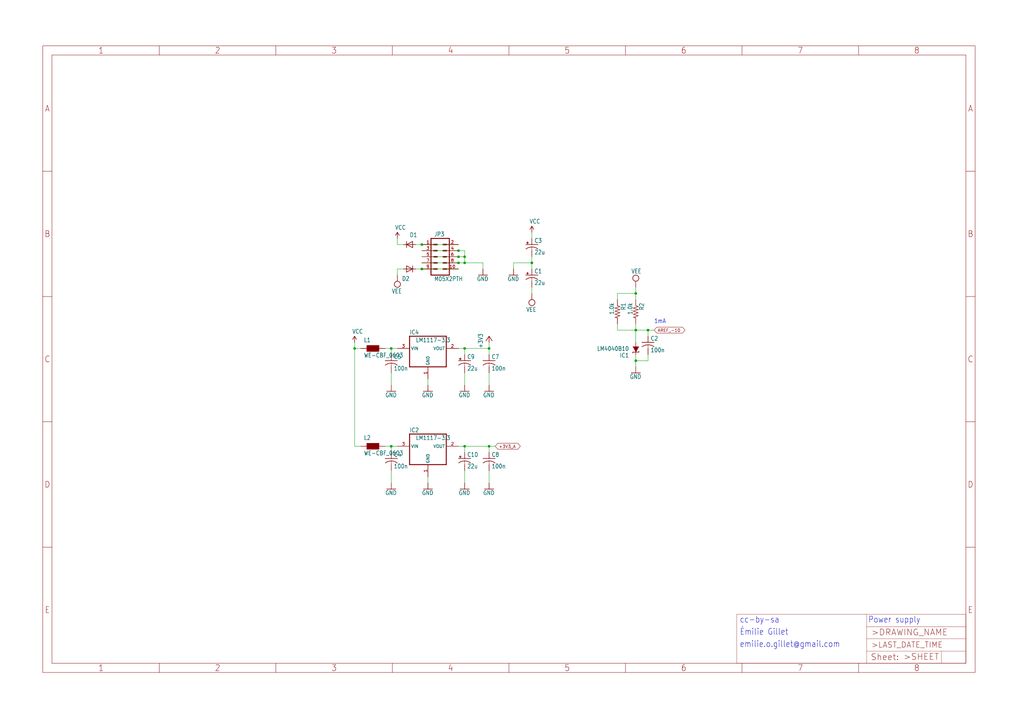
<source format=kicad_sch>
(kicad_sch (version 20231120) (generator "eeschema") (generator_version "8.0")
  (paper "User" 425.45 299.161)
  (lib_symbols
    (symbol "elements_v02-eagle-import:+3V3" (power)
      (property "Value" "+3V3" (at -2.54 -5.08 90))
      (symbol "+3V3_1_0"
        (polyline (pts (xy 0 0) (xy -1.27 -1.905)) (stroke (width 0.254)))
        (polyline (pts (xy 1.27 -1.905) (xy 0 0)) (stroke (width 0.254)))
        (pin power_in line (at 0 -2.54 90) (length 2.54) (name "+3V3") (number "1"))
      )
    )
    (symbol "elements_v02-eagle-import:A3L-LOC"
      (symbol "A3L-LOC_0_0"
        (polyline (pts (xy 0 52.07) (xy 3.81 52.07)))
        (polyline (pts (xy 0 104.14) (xy 3.81 104.14)))
        (polyline (pts (xy 0 156.21) (xy 3.81 156.21)))
        (polyline (pts (xy 0 208.28) (xy 3.81 208.28)))
        (polyline (pts (xy 3.81 3.81) (xy 3.81 256.54)))
        (polyline (pts (xy 48.4188 0) (xy 48.4188 3.81)))
        (polyline (pts (xy 48.4188 256.54) (xy 48.4188 260.35)))
        (polyline (pts (xy 96.8375 0) (xy 96.8375 3.81)))
        (polyline (pts (xy 96.8375 256.54) (xy 96.8375 260.35)))
        (polyline (pts (xy 145.2563 0) (xy 145.2563 3.81)))
        (polyline (pts (xy 145.2563 256.54) (xy 145.2563 260.35)))
        (polyline (pts (xy 193.675 0) (xy 193.675 3.81)))
        (polyline (pts (xy 193.675 256.54) (xy 193.675 260.35)))
        (polyline (pts (xy 242.0938 0) (xy 242.0938 3.81)))
        (polyline (pts (xy 242.0938 256.54) (xy 242.0938 260.35)))
        (polyline (pts (xy 290.5125 0) (xy 290.5125 3.81)))
        (polyline (pts (xy 290.5125 256.54) (xy 290.5125 260.35)))
        (polyline (pts (xy 338.9313 0) (xy 338.9313 3.81)))
        (polyline (pts (xy 338.9313 256.54) (xy 338.9313 260.35)))
        (polyline (pts (xy 383.54 3.81) (xy 3.81 3.81)))
        (polyline (pts (xy 383.54 3.81) (xy 383.54 256.54)))
        (polyline (pts (xy 383.54 52.07) (xy 387.35 52.07)))
        (polyline (pts (xy 383.54 104.14) (xy 387.35 104.14)))
        (polyline (pts (xy 383.54 156.21) (xy 387.35 156.21)))
        (polyline (pts (xy 383.54 208.28) (xy 387.35 208.28)))
        (polyline (pts (xy 383.54 256.54) (xy 3.81 256.54)))
        (polyline (pts (xy 0 0) (xy 387.35 0) (xy 387.35 260.35) (xy 0 260.35) (xy 0 0)))
        (text "1" (at 24.2094 1.905 0) (effects (font (size 2.54 2.286))))
        (text "1" (at 24.2094 258.445 0) (effects (font (size 2.54 2.286))))
        (text "2" (at 72.6281 1.905 0) (effects (font (size 2.54 2.286))))
        (text "2" (at 72.6281 258.445 0) (effects (font (size 2.54 2.286))))
        (text "3" (at 121.0469 1.905 0) (effects (font (size 2.54 2.286))))
        (text "3" (at 121.0469 258.445 0) (effects (font (size 2.54 2.286))))
        (text "4" (at 169.4656 1.905 0) (effects (font (size 2.54 2.286))))
        (text "4" (at 169.4656 258.445 0) (effects (font (size 2.54 2.286))))
        (text "5" (at 217.8844 1.905 0) (effects (font (size 2.54 2.286))))
        (text "5" (at 217.8844 258.445 0) (effects (font (size 2.54 2.286))))
        (text "6" (at 266.3031 1.905 0) (effects (font (size 2.54 2.286))))
        (text "6" (at 266.3031 258.445 0) (effects (font (size 2.54 2.286))))
        (text "7" (at 314.7219 1.905 0) (effects (font (size 2.54 2.286))))
        (text "7" (at 314.7219 258.445 0) (effects (font (size 2.54 2.286))))
        (text "8" (at 363.1406 1.905 0) (effects (font (size 2.54 2.286))))
        (text "8" (at 363.1406 258.445 0) (effects (font (size 2.54 2.286))))
        (text "A" (at 1.905 234.315 0) (effects (font (size 2.54 2.286))))
        (text "A" (at 385.445 234.315 0) (effects (font (size 2.54 2.286))))
        (text "B" (at 1.905 182.245 0) (effects (font (size 2.54 2.286))))
        (text "B" (at 385.445 182.245 0) (effects (font (size 2.54 2.286))))
        (text "C" (at 1.905 130.175 0) (effects (font (size 2.54 2.286))))
        (text "C" (at 385.445 130.175 0) (effects (font (size 2.54 2.286))))
        (text "D" (at 1.905 78.105 0) (effects (font (size 2.54 2.286))))
        (text "D" (at 385.445 78.105 0) (effects (font (size 2.54 2.286))))
        (text "E" (at 1.905 26.035 0) (effects (font (size 2.54 2.286))))
        (text "E" (at 385.445 26.035 0) (effects (font (size 2.54 2.286))))
      )
      (symbol "A3L-LOC_1_0"
        (polyline (pts (xy 288.29 3.81) (xy 288.29 24.13)) (stroke (width 0.1016)))
        (polyline (pts (xy 288.29 3.81) (xy 342.265 3.81)) (stroke (width 0.1016)))
        (polyline (pts (xy 288.29 24.13) (xy 342.265 24.13)) (stroke (width 0.1016)))
        (polyline (pts (xy 342.265 3.81) (xy 373.38 3.81)) (stroke (width 0.1016)))
        (polyline (pts (xy 342.265 8.89) (xy 342.265 3.81)) (stroke (width 0.1016)))
        (polyline (pts (xy 342.265 8.89) (xy 342.265 13.97)) (stroke (width 0.1016)))
        (polyline (pts (xy 342.265 13.97) (xy 342.265 19.05)) (stroke (width 0.1016)))
        (polyline (pts (xy 342.265 13.97) (xy 383.54 13.97)) (stroke (width 0.1016)))
        (polyline (pts (xy 342.265 19.05) (xy 342.265 24.13)) (stroke (width 0.1016)))
        (polyline (pts (xy 342.265 19.05) (xy 383.54 19.05)) (stroke (width 0.1016)))
        (polyline (pts (xy 342.265 24.13) (xy 383.54 24.13)) (stroke (width 0.1016)))
        (polyline (pts (xy 373.38 3.81) (xy 373.38 8.89)) (stroke (width 0.1016)))
        (polyline (pts (xy 373.38 3.81) (xy 383.54 3.81)) (stroke (width 0.1016)))
        (polyline (pts (xy 373.38 8.89) (xy 342.265 8.89)) (stroke (width 0.1016)))
        (polyline (pts (xy 373.38 8.89) (xy 383.54 8.89)) (stroke (width 0.1016)))
        (polyline (pts (xy 383.54 3.81) (xy 383.54 8.89)) (stroke (width 0.1016)))
        (polyline (pts (xy 383.54 8.89) (xy 383.54 13.97)) (stroke (width 0.1016)))
        (polyline (pts (xy 383.54 13.97) (xy 383.54 19.05)) (stroke (width 0.1016)))
        (polyline (pts (xy 383.54 19.05) (xy 383.54 24.13)) (stroke (width 0.1016)))
        (text ">DRAWING_NAME" (at 344.17 15.24 0) (effects (font (size 2.54 2.54)) (justify left bottom)))
        (text ">LAST_DATE_TIME" (at 344.17 10.16 0) (effects (font (size 2.286 2.286)) (justify left bottom)))
        (text ">SHEET" (at 357.505 5.08 0) (effects (font (size 2.54 2.54)) (justify left bottom)))
        (text "Sheet:" (at 343.916 4.953 0) (effects (font (size 2.54 2.54)) (justify left bottom)))
      )
    )
    (symbol "elements_v02-eagle-import:C-USC0603"
      (property "Reference" "C" (at 1.016 0.635 0))
      (property "Value" "C-USC0603" (at 1.016 -4.191 0))
      (symbol "C-USC0603_1_0"
        (arc (start 0 -1.0161) (mid -1.302 -1.2303) (end -2.4668 -1.8504) (stroke (width 0.254)))
        (polyline (pts (xy -2.54 0) (xy 2.54 0)) (stroke (width 0.254)))
        (polyline (pts (xy 0 -1.016) (xy 0 -2.54)) (stroke (width 0.1524)))
        (arc (start 2.4892 -1.8542) (mid 1.3158 -1.2195) (end 0 -1) (stroke (width 0.254)))
        (pin passive line (at 0 2.54 270) (length 2.54) (name "1") (number "1"))
        (pin passive line (at 0 -5.08 90) (length 2.54) (name "2") (number "2"))
      )
    )
    (symbol "elements_v02-eagle-import:CPOL-USC"
      (property "Reference" "C" (at 1.016 0.635 0))
      (property "Value" "CPOL-USC" (at 1.016 -4.191 0))
      (symbol "CPOL-USC_1_0"
        (rectangle (start -2.253 0.668) (end -1.364 0.795) (fill (type outline)))
        (rectangle (start -1.872 0.287) (end -1.745 1.176) (fill (type outline)))
        (arc (start 0 -1.0161) (mid -1.3021 -1.2302) (end -2.4669 -1.8504) (stroke (width 0.254)))
        (polyline (pts (xy -2.54 0) (xy 2.54 0)) (stroke (width 0.254)))
        (polyline (pts (xy 0 -1.016) (xy 0 -2.54)) (stroke (width 0.1524)))
        (arc (start 2.4892 -1.8542) (mid 1.3158 -1.2195) (end 0 -1) (stroke (width 0.254)))
        (pin passive line (at 0 2.54 270) (length 2.54) (name "+") (number "+"))
        (pin passive line (at 0 -5.08 90) (length 2.54) (name "-") (number "-"))
      )
    )
    (symbol "elements_v02-eagle-import:DIODE-SOD123"
      (property "Reference" "D" (at 2.54 0.4826 0))
      (property "Value" "DIODE-SOD123" (at 2.54 -2.3114 0))
      (symbol "DIODE-SOD123_1_0"
        (polyline (pts (xy -1.27 -1.27) (xy 1.27 0)) (stroke (width 0.254)))
        (polyline (pts (xy -1.27 1.27) (xy -1.27 -1.27)) (stroke (width 0.254)))
        (polyline (pts (xy 1.27 0) (xy -1.27 1.27)) (stroke (width 0.254)))
        (polyline (pts (xy 1.27 0) (xy 1.27 -1.27)) (stroke (width 0.254)))
        (polyline (pts (xy 1.27 1.27) (xy 1.27 0)) (stroke (width 0.254)))
        (pin passive line (at -2.54 0 0) (length 2.54) (name "A") (number "A"))
        (pin passive line (at 2.54 0 180) (length 2.54) (name "C") (number "C"))
      )
    )
    (symbol "elements_v02-eagle-import:GND" (power)
      (property "Value" "GND" (at -2.54 -2.54 0))
      (symbol "GND_1_0"
        (polyline (pts (xy -1.905 0) (xy 1.905 0)) (stroke (width 0.254)))
        (pin power_in line (at 0 2.54 270) (length 2.54) (name "GND") (number "1"))
      )
    )
    (symbol "elements_v02-eagle-import:LM4041DBZ"
      (property "Reference" "IC" (at 2.794 1.905 0))
      (property "Value" "LM4041DBZ" (at 2.794 -0.889 0))
      (symbol "LM4041DBZ_1_0"
        (polyline (pts (xy -1.27 1.524) (xy -1.27 1.143)) (stroke (width 0.254)))
        (polyline (pts (xy 0 1.524) (xy -1.27 1.524)) (stroke (width 0.254)))
        (polyline (pts (xy 1.27 1.524) (xy 0 1.524)) (stroke (width 0.254)))
        (polyline (pts (xy 1.27 1.905) (xy 1.27 1.524)) (stroke (width 0.254)))
        (polyline (pts (xy 0 1.524) (xy -1.27 -0.762) (xy 1.27 -0.762)) (fill (type outline)))
        (pin passive line (at 0 2.54 270) (length 2.54) (name "C") (number "1"))
        (pin passive line (at 0 -2.54 90) (length 2.54) (name "A") (number "2"))
      )
    )
    (symbol "elements_v02-eagle-import:M05X2PTH"
      (property "Reference" "JP" (at -2.54 8.382 0))
      (property "Value" "M05X2PTH" (at -2.54 -10.16 0))
      (symbol "M05X2PTH_1_0"
        (polyline (pts (xy -3.81 7.62) (xy -3.81 -7.62)) (stroke (width 0.4064)))
        (polyline (pts (xy -3.81 7.62) (xy 3.81 7.62)) (stroke (width 0.4064)))
        (polyline (pts (xy -1.27 -5.08) (xy -2.54 -5.08)) (stroke (width 0.6096)))
        (polyline (pts (xy -1.27 -2.54) (xy -2.54 -2.54)) (stroke (width 0.6096)))
        (polyline (pts (xy -1.27 0) (xy -2.54 0)) (stroke (width 0.6096)))
        (polyline (pts (xy -1.27 2.54) (xy -2.54 2.54)) (stroke (width 0.6096)))
        (polyline (pts (xy -1.27 5.08) (xy -2.54 5.08)) (stroke (width 0.6096)))
        (polyline (pts (xy 1.27 -5.08) (xy 2.54 -5.08)) (stroke (width 0.6096)))
        (polyline (pts (xy 1.27 -2.54) (xy 2.54 -2.54)) (stroke (width 0.6096)))
        (polyline (pts (xy 1.27 0) (xy 2.54 0)) (stroke (width 0.6096)))
        (polyline (pts (xy 1.27 2.54) (xy 2.54 2.54)) (stroke (width 0.6096)))
        (polyline (pts (xy 1.27 5.08) (xy 2.54 5.08)) (stroke (width 0.6096)))
        (polyline (pts (xy 3.81 -7.62) (xy -3.81 -7.62)) (stroke (width 0.4064)))
        (polyline (pts (xy 3.81 -7.62) (xy 3.81 7.62)) (stroke (width 0.4064)))
        (pin passive line (at -7.62 5.08 0) (length 5.08) (name "1") (number "1"))
        (pin passive line (at 7.62 -5.08 180) (length 5.08) (name "10") (number "10"))
        (pin passive line (at 7.62 5.08 180) (length 5.08) (name "2") (number "2"))
        (pin passive line (at -7.62 2.54 0) (length 5.08) (name "3") (number "3"))
        (pin passive line (at 7.62 2.54 180) (length 5.08) (name "4") (number "4"))
        (pin passive line (at -7.62 0 0) (length 5.08) (name "5") (number "5"))
        (pin passive line (at 7.62 0 180) (length 5.08) (name "6") (number "6"))
        (pin passive line (at -7.62 -2.54 0) (length 5.08) (name "7") (number "7"))
        (pin passive line (at 7.62 -2.54 180) (length 5.08) (name "8") (number "8"))
        (pin passive line (at -7.62 -5.08 0) (length 5.08) (name "9") (number "9"))
      )
    )
    (symbol "elements_v02-eagle-import:R-US_R0603"
      (property "Reference" "R" (at -3.81 1.4986 0))
      (property "Value" "R-US_R0603" (at -3.81 -3.302 0))
      (symbol "R-US_R0603_1_0"
        (polyline (pts (xy -2.54 0) (xy -2.159 1.016)) (stroke (width 0.2032)))
        (polyline (pts (xy -2.159 1.016) (xy -1.524 -1.016)) (stroke (width 0.2032)))
        (polyline (pts (xy -1.524 -1.016) (xy -0.889 1.016)) (stroke (width 0.2032)))
        (polyline (pts (xy -0.889 1.016) (xy -0.254 -1.016)) (stroke (width 0.2032)))
        (polyline (pts (xy -0.254 -1.016) (xy 0.381 1.016)) (stroke (width 0.2032)))
        (polyline (pts (xy 0.381 1.016) (xy 1.016 -1.016)) (stroke (width 0.2032)))
        (polyline (pts (xy 1.016 -1.016) (xy 1.651 1.016)) (stroke (width 0.2032)))
        (polyline (pts (xy 1.651 1.016) (xy 2.286 -1.016)) (stroke (width 0.2032)))
        (polyline (pts (xy 2.286 -1.016) (xy 2.54 0)) (stroke (width 0.2032)))
        (pin passive line (at -5.08 0 0) (length 2.54) (name "1") (number "1"))
        (pin passive line (at 5.08 0 180) (length 2.54) (name "2") (number "2"))
      )
    )
    (symbol "elements_v02-eagle-import:REG1117"
      (property "Reference" "IC" (at -7.62 5.715 0))
      (property "Value" "REG1117" (at -5.08 2.54 0))
      (symbol "REG1117_1_0"
        (polyline (pts (xy -7.62 -7.62) (xy 7.62 -7.62)) (stroke (width 0.4064)))
        (polyline (pts (xy -7.62 5.08) (xy -7.62 -7.62)) (stroke (width 0.4064)))
        (polyline (pts (xy 7.62 -7.62) (xy 7.62 5.08)) (stroke (width 0.4064)))
        (polyline (pts (xy 7.62 5.08) (xy -7.62 5.08)) (stroke (width 0.4064)))
        (pin power_in line (at 0 -12.7 90) (length 5.08) (name "GND") (number "1"))
        (pin output line (at 12.7 0 180) (length 5.08) (name "VOUT") (number "2"))
        (pin input line (at -12.7 0 0) (length 5.08) (name "VIN") (number "3"))
      )
    )
    (symbol "elements_v02-eagle-import:VCC" (power)
      (property "Value" "VCC" (at -1.016 3.556 0))
      (symbol "VCC_1_0"
        (polyline (pts (xy 0 2.54) (xy -0.762 1.27)) (stroke (width 0.254)))
        (polyline (pts (xy 0.762 1.27) (xy 0 2.54)) (stroke (width 0.254)))
        (pin power_in line (at 0 0 90) (length 2.54) (name "VCC") (number "1"))
      )
    )
    (symbol "elements_v02-eagle-import:VEE" (power)
      (property "Value" "VEE" (at -1.905 3.175 0))
      (symbol "VEE_1_0"
        (circle (center 0 1.27) (radius 1.27) (stroke (width 0.254)))
        (pin power_in line (at 0 -2.54 90) (length 2.54) (name "VEE") (number "1"))
      )
    )
    (symbol "elements_v02-eagle-import:WE-CBF_0603"
      (property "Reference" "L" (at -3.81 5.08 0))
      (property "Value" "WE-CBF_0603" (at -3.81 -1.27 0))
      (symbol "WE-CBF_0603_1_0"
        (rectangle (start -2.54 1.27) (end 2.54 3.81) (fill (type outline)))
        (pin passive line (at -5.08 2.54 0) (length 2.54) (name "1") (number "1"))
        (pin passive line (at 5.08 2.54 180) (length 2.54) (name "2") (number "2"))
      )
    )
  )
  (junction (at 190.5 106.68))
  (junction (at 162.56 144.78))
  (junction (at 220.98 109.22))
  (junction (at 162.56 185.42))
  (junction (at 193.04 144.78))
  (junction (at 193.04 106.68))
  (junction (at 175.26 101.6))
  (junction (at 190.5 104.14))
  (junction (at 147.32 144.78))
  (junction (at 264.16 149.86))
  (junction (at 269.24 137.16))
  (junction (at 175.26 111.76))
  (junction (at 203.2 185.42))
  (junction (at 193.04 185.42))
  (junction (at 190.5 109.22))
  (junction (at 203.2 144.78))
  (junction (at 193.04 109.22))
  (junction (at 264.16 137.16))
  (junction (at 264.16 121.92))
  (wire (pts (xy 203.2 187.96) (xy 203.2 185.42)))
  (wire (pts (xy 193.04 144.78) (xy 203.2 144.78)))
  (wire (pts (xy 162.56 187.96) (xy 162.56 185.42)))
  (wire (pts (xy 147.32 185.42) (xy 147.32 144.78)))
  (wire (pts (xy 160.02 144.78) (xy 162.56 144.78)))
  (wire (pts (xy 193.04 154.94) (xy 193.04 160.02)))
  (wire (pts (xy 203.2 195.58) (xy 203.2 200.66)))
  (wire (pts (xy 177.8 198.12) (xy 177.8 200.66)))
  (wire (pts (xy 193.04 147.32) (xy 193.04 144.78)))
  (wire (pts (xy 193.04 106.68) (xy 193.04 109.22)))
  (wire (pts (xy 193.04 109.22) (xy 200.66 109.22)))
  (wire (pts (xy 147.32 142.24) (xy 147.32 144.78)))
  (wire (pts (xy 264.16 137.16) (xy 264.16 134.62)))
  (wire (pts (xy 190.5 106.68) (xy 175.26 106.68)))
  (wire (pts (xy 203.2 154.94) (xy 203.2 160.02)))
  (wire (pts (xy 190.5 109.22) (xy 193.04 109.22)))
  (wire (pts (xy 193.04 195.58) (xy 193.04 200.66)))
  (wire (pts (xy 205.74 185.42) (xy 203.2 185.42)))
  (wire (pts (xy 256.54 134.62) (xy 256.54 137.16)))
  (wire (pts (xy 175.26 101.6) (xy 190.5 101.6)))
  (wire (pts (xy 193.04 106.68) (xy 190.5 106.68)))
  (wire (pts (xy 193.04 187.96) (xy 193.04 185.42)))
  (wire (pts (xy 220.98 109.22) (xy 213.36 109.22)))
  (wire (pts (xy 203.2 144.78) (xy 203.2 142.24)))
  (wire (pts (xy 175.26 104.14) (xy 190.5 104.14)))
  (wire (pts (xy 256.54 121.92) (xy 264.16 121.92)))
  (wire (pts (xy 162.56 147.32) (xy 162.56 144.78)))
  (wire (pts (xy 264.16 149.86) (xy 269.24 149.86)))
  (wire (pts (xy 147.32 144.78) (xy 149.86 144.78)))
  (wire (pts (xy 162.56 195.58) (xy 162.56 200.66)))
  (wire (pts (xy 220.98 99.06) (xy 220.98 96.52)))
  (wire (pts (xy 220.98 109.22) (xy 220.98 111.76)))
  (wire (pts (xy 165.1 101.6) (xy 165.1 99.06)))
  (wire (pts (xy 162.56 185.42) (xy 165.1 185.42)))
  (wire (pts (xy 190.5 185.42) (xy 193.04 185.42)))
  (wire (pts (xy 220.98 106.68) (xy 220.98 109.22)))
  (wire (pts (xy 193.04 104.14) (xy 193.04 106.68)))
  (wire (pts (xy 177.8 157.48) (xy 177.8 160.02)))
  (wire (pts (xy 264.16 124.46) (xy 264.16 121.92)))
  (wire (pts (xy 264.16 142.24) (xy 264.16 137.16)))
  (wire (pts (xy 165.1 111.76) (xy 165.1 114.3)))
  (wire (pts (xy 264.16 147.32) (xy 264.16 149.86)))
  (wire (pts (xy 256.54 137.16) (xy 264.16 137.16)))
  (wire (pts (xy 264.16 149.86) (xy 264.16 152.4)))
  (wire (pts (xy 269.24 137.16) (xy 264.16 137.16)))
  (wire (pts (xy 175.26 111.76) (xy 190.5 111.76)))
  (wire (pts (xy 172.72 111.76) (xy 175.26 111.76)))
  (wire (pts (xy 200.66 109.22) (xy 200.66 111.76)))
  (wire (pts (xy 264.16 121.92) (xy 264.16 119.38)))
  (wire (pts (xy 162.56 144.78) (xy 165.1 144.78)))
  (wire (pts (xy 162.56 154.94) (xy 162.56 160.02)))
  (wire (pts (xy 269.24 137.16) (xy 269.24 139.7)))
  (wire (pts (xy 220.98 119.38) (xy 220.98 121.92)))
  (wire (pts (xy 165.1 101.6) (xy 167.64 101.6)))
  (wire (pts (xy 190.5 104.14) (xy 193.04 104.14)))
  (wire (pts (xy 175.26 109.22) (xy 190.5 109.22)))
  (wire (pts (xy 193.04 185.42) (xy 203.2 185.42)))
  (wire (pts (xy 172.72 101.6) (xy 175.26 101.6)))
  (wire (pts (xy 203.2 144.78) (xy 203.2 147.32)))
  (wire (pts (xy 256.54 124.46) (xy 256.54 121.92)))
  (wire (pts (xy 149.86 185.42) (xy 147.32 185.42)))
  (wire (pts (xy 160.02 185.42) (xy 162.56 185.42)))
  (wire (pts (xy 269.24 137.16) (xy 271.78 137.16)))
  (wire (pts (xy 190.5 144.78) (xy 193.04 144.78)))
  (wire (pts (xy 213.36 109.22) (xy 213.36 111.76)))
  (wire (pts (xy 269.24 147.32) (xy 269.24 149.86)))
  (wire (pts (xy 165.1 111.76) (xy 167.64 111.76)))
  (text "Power supply" (at 360.68 259.08 0) (effects (font (size 2.54 2.159)) (justify left bottom)))
  (text "1mA" (at 271.78 134.62 0) (effects (font (size 1.778 1.5113)) (justify left bottom)))
  (text "cc-by-sa" (at 307.34 259.08 0) (effects (font (size 2.54 2.159)) (justify left bottom)))
  (text "emilie.o.gillet@gmail.com" (at 307.34 269.24 0) (effects (font (size 2.54 2.159)) (justify left bottom)))
  (text "Émilie Gillet" (at 307.34 264.16 0) (effects (font (size 2.54 2.159)) (justify left bottom)))
  (global_label "AREF_-10" (shape bidirectional) (at 271.78 137.16 0) (effects (font (size 1.2446 1.2446))) (property "Intersheetrefs" "${INTERSHEET_REFS}" (effects (hide yes))))
  (global_label "+3V3_A" (shape bidirectional) (at 205.74 185.42 0) (effects (font (size 1.2446 1.2446))) (property "Intersheetrefs" "${INTERSHEET_REFS}" (effects (hide yes))))
  (symbol (lib_id "elements_v02-eagle-import:GND") (at 264.16 154.94 0) (unit 1)
    (property "Reference" "#GND069" (effects (hide yes)))
    (property "Value" "GND" (at 261.62 157.48 0) (effects (font (size 1.778 1.5113)) (justify left bottom)))
    (property "Footprint" "elements_v02:" (effects (hide yes)))
  )
  (symbol (lib_id "elements_v02-eagle-import:M05X2PTH") (at 182.88 106.68 0) (unit 1)
    (property "Reference" "JP3" (at 180.34 98.298 0) (effects (font (size 1.778 1.5113)) (justify left bottom)))
    (property "Value" "M05X2PTH" (at 180.34 116.84 0) (effects (font (size 1.778 1.5113)) (justify left bottom)))
    (property "Footprint" "elements_v02:AVR_ICSP" (effects (hide yes)))
  )
  (symbol (lib_id "elements_v02-eagle-import:VEE") (at 264.16 116.84 0) (unit 1)
    (property "Reference" "#SUPPLY01" (effects (hide yes)))
    (property "Value" "VEE" (at 262.255 113.665 0) (effects (font (size 1.778 1.5113)) (justify left bottom)))
    (property "Footprint" "elements_v02:" (effects (hide yes)))
  )
  (symbol (lib_id "elements_v02-eagle-import:GND") (at 162.56 162.56 0) (unit 1)
    (property "Reference" "#GND0105" (effects (hide yes)))
    (property "Value" "GND" (at 160.02 165.1 0) (effects (font (size 1.778 1.5113)) (justify left bottom)))
    (property "Footprint" "elements_v02:" (effects (hide yes)))
  )
  (symbol (lib_id "elements_v02-eagle-import:DIODE-SOD123") (at 170.18 111.76 0) (unit 1)
    (property "Reference" "D2" (at 170.18 114.7826 0) (effects (font (size 1.778 1.5113)) (justify right top)))
    (property "Value" "1N5819HW" (effects (hide yes)))
    (property "Footprint" "elements_v02:SOD123" (effects (hide yes)))
  )
  (symbol (lib_id "elements_v02-eagle-import:LM4041DBZ") (at 264.16 144.78 180) (unit 1)
    (property "Reference" "IC1" (at 261.366 146.685 0) (effects (font (size 1.778 1.5113)) (justify left bottom)))
    (property "Value" "LM4040B10" (at 261.366 143.891 0) (effects (font (size 1.778 1.5113)) (justify left bottom)))
    (property "Footprint" "elements_v02:DBZ_R-PDSO-G3" (effects (hide yes)))
  )
  (symbol (lib_id "elements_v02-eagle-import:A3L-LOC") (at 17.78 279.4 0) (unit 1)
    (property "Reference" "#FRAME2" (effects (hide yes)))
    (property "Value" "A3L-LOC" (effects (hide yes)))
    (property "Footprint" "elements_v02:" (effects (hide yes)))
  )
  (symbol (lib_id "elements_v02-eagle-import:C-USC0603") (at 269.24 142.24 0) (unit 1)
    (property "Reference" "C2" (at 270.256 141.605 0) (effects (font (size 1.778 1.5113)) (justify left bottom)))
    (property "Value" "100n" (at 270.256 146.431 0) (effects (font (size 1.778 1.5113)) (justify left bottom)))
    (property "Footprint" "elements_v02:C0603" (effects (hide yes)))
  )
  (symbol (lib_id "elements_v02-eagle-import:VEE") (at 220.98 124.46 180) (unit 1)
    (property "Reference" "#SUPPLY03" (effects (hide yes)))
    (property "Value" "VEE" (at 222.885 127.635 0) (effects (font (size 1.778 1.5113)) (justify left bottom)))
    (property "Footprint" "elements_v02:" (effects (hide yes)))
  )
  (symbol (lib_id "elements_v02-eagle-import:C-USC0603") (at 203.2 190.5 0) (unit 1)
    (property "Reference" "C8" (at 204.216 189.865 0) (effects (font (size 1.778 1.5113)) (justify left bottom)))
    (property "Value" "100n" (at 204.216 194.691 0) (effects (font (size 1.778 1.5113)) (justify left bottom)))
    (property "Footprint" "elements_v02:C0603" (effects (hide yes)))
  )
  (symbol (lib_id "elements_v02-eagle-import:GND") (at 203.2 162.56 0) (unit 1)
    (property "Reference" "#GND036" (effects (hide yes)))
    (property "Value" "GND" (at 200.66 165.1 0) (effects (font (size 1.778 1.5113)) (justify left bottom)))
    (property "Footprint" "elements_v02:" (effects (hide yes)))
  )
  (symbol (lib_id "elements_v02-eagle-import:GND") (at 213.36 114.3 0) (unit 1)
    (property "Reference" "#GND024" (effects (hide yes)))
    (property "Value" "GND" (at 210.82 116.84 0) (effects (font (size 1.778 1.5113)) (justify left bottom)))
    (property "Footprint" "elements_v02:" (effects (hide yes)))
  )
  (symbol (lib_id "elements_v02-eagle-import:R-US_R0603") (at 256.54 129.54 270) (unit 1)
    (property "Reference" "R1" (at 258.0386 125.73 0) (effects (font (size 1.778 1.5113)) (justify left bottom)))
    (property "Value" "1.0k" (at 253.238 125.73 0) (effects (font (size 1.778 1.5113)) (justify left bottom)))
    (property "Footprint" "elements_v02:R0603" (effects (hide yes)))
  )
  (symbol (lib_id "elements_v02-eagle-import:GND") (at 193.04 162.56 0) (unit 1)
    (property "Reference" "#GND035" (effects (hide yes)))
    (property "Value" "GND" (at 190.5 165.1 0) (effects (font (size 1.778 1.5113)) (justify left bottom)))
    (property "Footprint" "elements_v02:" (effects (hide yes)))
  )
  (symbol (lib_id "elements_v02-eagle-import:CPOL-USC") (at 220.98 101.6 0) (unit 1)
    (property "Reference" "C3" (at 221.996 100.965 0) (effects (font (size 1.778 1.5113)) (justify left bottom)))
    (property "Value" "22u" (at 221.996 105.791 0) (effects (font (size 1.778 1.5113)) (justify left bottom)))
    (property "Footprint" "Capacitor_SMD:CP_Elec_6.3x5.9" (effects (hide yes)))
  )
  (symbol (lib_id "elements_v02-eagle-import:R-US_R0603") (at 264.16 129.54 270) (unit 1)
    (property "Reference" "R2" (at 265.6586 125.73 0) (effects (font (size 1.778 1.5113)) (justify left bottom)))
    (property "Value" "1.0k" (at 260.858 125.73 0) (effects (font (size 1.778 1.5113)) (justify left bottom)))
    (property "Footprint" "elements_v02:R0603" (effects (hide yes)))
  )
  (symbol (lib_id "elements_v02-eagle-import:C-USC0603") (at 162.56 149.86 0) (unit 1)
    (property "Reference" "C5" (at 163.576 149.225 0) (effects (font (size 1.778 1.5113)) (justify left bottom)))
    (property "Value" "100n" (at 163.576 154.051 0) (effects (font (size 1.778 1.5113)) (justify left bottom)))
    (property "Footprint" "elements_v02:C0603" (effects (hide yes)))
  )
  (symbol (lib_id "elements_v02-eagle-import:C-USC0603") (at 203.2 149.86 0) (unit 1)
    (property "Reference" "C7" (at 204.216 149.225 0) (effects (font (size 1.778 1.5113)) (justify left bottom)))
    (property "Value" "100n" (at 204.216 154.051 0) (effects (font (size 1.778 1.5113)) (justify left bottom)))
    (property "Footprint" "elements_v02:C0603" (effects (hide yes)))
  )
  (symbol (lib_id "elements_v02-eagle-import:GND") (at 177.8 162.56 0) (unit 1)
    (property "Reference" "#GND034" (effects (hide yes)))
    (property "Value" "GND" (at 175.26 165.1 0) (effects (font (size 1.778 1.5113)) (justify left bottom)))
    (property "Footprint" "elements_v02:" (effects (hide yes)))
  )
  (symbol (lib_id "elements_v02-eagle-import:GND") (at 193.04 203.2 0) (unit 1)
    (property "Reference" "#GND070" (effects (hide yes)))
    (property "Value" "GND" (at 190.5 205.74 0) (effects (font (size 1.778 1.5113)) (justify left bottom)))
    (property "Footprint" "elements_v02:" (effects (hide yes)))
  )
  (symbol (lib_id "elements_v02-eagle-import:VCC") (at 165.1 99.06 0) (unit 1)
    (property "Reference" "#P+02" (effects (hide yes)))
    (property "Value" "VCC" (at 164.084 95.504 0) (effects (font (size 1.778 1.5113)) (justify left bottom)))
    (property "Footprint" "elements_v02:" (effects (hide yes)))
  )
  (symbol (lib_id "elements_v02-eagle-import:REG1117") (at 177.8 185.42 0) (unit 1)
    (property "Reference" "IC2" (at 170.18 179.705 0) (effects (font (size 1.778 1.5113)) (justify left bottom)))
    (property "Value" "LM1117-3.3" (at 172.72 182.88 0) (effects (font (size 1.778 1.5113)) (justify left bottom)))
    (property "Footprint" "elements_v02:SOT223" (effects (hide yes)))
  )
  (symbol (lib_id "elements_v02-eagle-import:CPOL-USC") (at 193.04 190.5 0) (unit 1)
    (property "Reference" "C10" (at 194.056 189.865 0) (effects (font (size 1.778 1.5113)) (justify left bottom)))
    (property "Value" "22u" (at 194.056 194.691 0) (effects (font (size 1.778 1.5113)) (justify left bottom)))
    (property "Footprint" "Capacitor_SMD:CP_Elec_6.3x5.9" (effects (hide yes)))
  )
  (symbol (lib_id "elements_v02-eagle-import:CPOL-USC") (at 193.04 149.86 0) (unit 1)
    (property "Reference" "C9" (at 194.056 149.225 0) (effects (font (size 1.778 1.5113)) (justify left bottom)))
    (property "Value" "22u" (at 194.056 154.051 0) (effects (font (size 1.778 1.5113)) (justify left bottom)))
    (property "Footprint" "Capacitor_SMD:CP_Elec_6.3x5.9" (effects (hide yes)))
  )
  (symbol (lib_id "elements_v02-eagle-import:WE-CBF_0603") (at 154.94 187.96 0) (unit 1)
    (property "Reference" "L2" (at 151.13 182.88 0) (effects (font (size 1.778 1.5113)) (justify left bottom)))
    (property "Value" "WE-CBF_0603" (at 151.13 189.23 0) (effects (font (size 1.778 1.5113)) (justify left bottom)))
    (property "Footprint" "elements_v02:0603" (effects (hide yes)))
  )
  (symbol (lib_id "elements_v02-eagle-import:GND") (at 200.66 114.3 0) (unit 1)
    (property "Reference" "#GND04" (effects (hide yes)))
    (property "Value" "GND" (at 198.12 116.84 0) (effects (font (size 1.778 1.5113)) (justify left bottom)))
    (property "Footprint" "elements_v02:" (effects (hide yes)))
  )
  (symbol (lib_id "elements_v02-eagle-import:+3V3") (at 203.2 139.7 0) (unit 1)
    (property "Reference" "#+3V01" (effects (hide yes)))
    (property "Value" "+3V3" (at 200.66 144.78 90) (effects (font (size 1.778 1.5113)) (justify left bottom)))
    (property "Footprint" "elements_v02:" (effects (hide yes)))
  )
  (symbol (lib_id "elements_v02-eagle-import:VCC") (at 147.32 142.24 0) (unit 1)
    (property "Reference" "#P+08" (effects (hide yes)))
    (property "Value" "VCC" (at 146.304 138.684 0) (effects (font (size 1.778 1.5113)) (justify left bottom)))
    (property "Footprint" "elements_v02:" (effects (hide yes)))
  )
  (symbol (lib_id "elements_v02-eagle-import:VCC") (at 220.98 96.52 0) (unit 1)
    (property "Reference" "#P+03" (effects (hide yes)))
    (property "Value" "VCC" (at 219.964 92.964 0) (effects (font (size 1.778 1.5113)) (justify left bottom)))
    (property "Footprint" "elements_v02:" (effects (hide yes)))
  )
  (symbol (lib_id "elements_v02-eagle-import:GND") (at 177.8 203.2 0) (unit 1)
    (property "Reference" "#GND068" (effects (hide yes)))
    (property "Value" "GND" (at 175.26 205.74 0) (effects (font (size 1.778 1.5113)) (justify left bottom)))
    (property "Footprint" "elements_v02:" (effects (hide yes)))
  )
  (symbol (lib_id "elements_v02-eagle-import:CPOL-USC") (at 220.98 114.3 0) (unit 1)
    (property "Reference" "C1" (at 221.996 113.665 0) (effects (font (size 1.778 1.5113)) (justify left bottom)))
    (property "Value" "22u" (at 221.996 118.491 0) (effects (font (size 1.778 1.5113)) (justify left bottom)))
    (property "Footprint" "Capacitor_SMD:CP_Elec_6.3x5.9" (effects (hide yes)))
  )
  (symbol (lib_id "elements_v02-eagle-import:GND") (at 162.56 203.2 0) (unit 1)
    (property "Reference" "#GND0106" (effects (hide yes)))
    (property "Value" "GND" (at 160.02 205.74 0) (effects (font (size 1.778 1.5113)) (justify left bottom)))
    (property "Footprint" "elements_v02:" (effects (hide yes)))
  )
  (symbol (lib_id "elements_v02-eagle-import:REG1117") (at 177.8 144.78 0) (unit 1)
    (property "Reference" "IC4" (at 170.18 139.065 0) (effects (font (size 1.778 1.5113)) (justify left bottom)))
    (property "Value" "LM1117-3.3" (at 172.72 142.24 0) (effects (font (size 1.778 1.5113)) (justify left bottom)))
    (property "Footprint" "elements_v02:SOT223" (effects (hide yes)))
  )
  (symbol (lib_id "elements_v02-eagle-import:C-USC0603") (at 162.56 190.5 0) (unit 1)
    (property "Reference" "C4" (at 163.576 189.865 0) (effects (font (size 1.778 1.5113)) (justify left bottom)))
    (property "Value" "100n" (at 163.576 194.691 0) (effects (font (size 1.778 1.5113)) (justify left bottom)))
    (property "Footprint" "elements_v02:C0603" (effects (hide yes)))
  )
  (symbol (lib_id "elements_v02-eagle-import:GND") (at 203.2 203.2 0) (unit 1)
    (property "Reference" "#GND071" (effects (hide yes)))
    (property "Value" "GND" (at 200.66 205.74 0) (effects (font (size 1.778 1.5113)) (justify left bottom)))
    (property "Footprint" "elements_v02:" (effects (hide yes)))
  )
  (symbol (lib_id "elements_v02-eagle-import:WE-CBF_0603") (at 154.94 147.32 0) (unit 1)
    (property "Reference" "L1" (at 151.13 142.24 0) (effects (font (size 1.778 1.5113)) (justify left bottom)))
    (property "Value" "WE-CBF_0603" (at 151.13 148.59 0) (effects (font (size 1.778 1.5113)) (justify left bottom)))
    (property "Footprint" "elements_v02:0603" (effects (hide yes)))
  )
  (symbol (lib_id "elements_v02-eagle-import:DIODE-SOD123") (at 170.18 101.6 180) (unit 1)
    (property "Reference" "D1" (at 170.18 98.5774 0) (effects (font (size 1.778 1.5113)) (justify right top)))
    (property "Value" "1N5819HW" (effects (hide yes)))
    (property "Footprint" "elements_v02:SOD123" (effects (hide yes)))
  )
  (symbol (lib_id "elements_v02-eagle-import:VEE") (at 165.1 116.84 180) (unit 1)
    (property "Reference" "#SUPPLY02" (effects (hide yes)))
    (property "Value" "VEE" (at 167.005 120.015 0) (effects (font (size 1.778 1.5113)) (justify left bottom)))
    (property "Footprint" "elements_v02:" (effects (hide yes)))
  )
)
</source>
